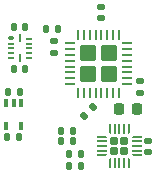
<source format=gbr>
%TF.GenerationSoftware,KiCad,Pcbnew,8.99.0-2176-gc19aa8170b*%
%TF.CreationDate,2024-08-30T16:07:14-04:00*%
%TF.ProjectId,scampi,7363616d-7069-42e6-9b69-6361645f7063,rev?*%
%TF.SameCoordinates,Original*%
%TF.FileFunction,Paste,Top*%
%TF.FilePolarity,Positive*%
%FSLAX46Y46*%
G04 Gerber Fmt 4.6, Leading zero omitted, Abs format (unit mm)*
G04 Created by KiCad (PCBNEW 8.99.0-2176-gc19aa8170b) date 2024-08-30 16:07:14*
%MOMM*%
%LPD*%
G01*
G04 APERTURE LIST*
G04 Aperture macros list*
%AMRoundRect*
0 Rectangle with rounded corners*
0 $1 Rounding radius*
0 $2 $3 $4 $5 $6 $7 $8 $9 X,Y pos of 4 corners*
0 Add a 4 corners polygon primitive as box body*
4,1,4,$2,$3,$4,$5,$6,$7,$8,$9,$2,$3,0*
0 Add four circle primitives for the rounded corners*
1,1,$1+$1,$2,$3*
1,1,$1+$1,$4,$5*
1,1,$1+$1,$6,$7*
1,1,$1+$1,$8,$9*
0 Add four rect primitives between the rounded corners*
20,1,$1+$1,$2,$3,$4,$5,0*
20,1,$1+$1,$4,$5,$6,$7,0*
20,1,$1+$1,$6,$7,$8,$9,0*
20,1,$1+$1,$8,$9,$2,$3,0*%
%AMFreePoly0*
4,1,14,0.334644,0.085355,0.385355,0.034644,0.400000,-0.000711,0.400000,-0.050000,0.385355,-0.085355,0.350000,-0.100000,-0.350000,-0.100000,-0.385355,-0.085355,-0.400000,-0.050000,-0.400000,0.050000,-0.385355,0.085355,-0.350000,0.100000,0.299289,0.100000,0.334644,0.085355,0.334644,0.085355,$1*%
%AMFreePoly1*
4,1,14,0.385355,0.085355,0.400000,0.050000,0.400000,0.000711,0.385355,-0.034644,0.334644,-0.085355,0.299289,-0.100000,-0.350000,-0.100000,-0.385355,-0.085355,-0.400000,-0.050000,-0.400000,0.050000,-0.385355,0.085355,-0.350000,0.100000,0.350000,0.100000,0.385355,0.085355,0.385355,0.085355,$1*%
%AMFreePoly2*
4,1,14,0.085355,0.385355,0.100000,0.350000,0.100000,-0.350000,0.085355,-0.385355,0.050000,-0.400000,-0.050000,-0.400000,-0.085355,-0.385355,-0.100000,-0.350000,-0.100000,0.299289,-0.085355,0.334644,-0.034644,0.385355,0.000711,0.400000,0.050000,0.400000,0.085355,0.385355,0.085355,0.385355,$1*%
%AMFreePoly3*
4,1,14,0.034644,0.385355,0.085355,0.334644,0.100000,0.299289,0.100000,-0.350000,0.085355,-0.385355,0.050000,-0.400000,-0.050000,-0.400000,-0.085355,-0.385355,-0.100000,-0.350000,-0.100000,0.350000,-0.085355,0.385355,-0.050000,0.400000,-0.000711,0.400000,0.034644,0.385355,0.034644,0.385355,$1*%
%AMFreePoly4*
4,1,14,0.385355,0.085355,0.400000,0.050000,0.400000,-0.050000,0.385355,-0.085355,0.350000,-0.100000,-0.299289,-0.100000,-0.334644,-0.085355,-0.385355,-0.034644,-0.400000,0.000711,-0.400000,0.050000,-0.385355,0.085355,-0.350000,0.100000,0.350000,0.100000,0.385355,0.085355,0.385355,0.085355,$1*%
%AMFreePoly5*
4,1,14,0.385355,0.085355,0.400000,0.050000,0.400000,-0.050000,0.385355,-0.085355,0.350000,-0.100000,-0.350000,-0.100000,-0.385355,-0.085355,-0.400000,-0.050000,-0.400000,-0.000711,-0.385355,0.034644,-0.334644,0.085355,-0.299289,0.100000,0.350000,0.100000,0.385355,0.085355,0.385355,0.085355,$1*%
%AMFreePoly6*
4,1,14,0.085355,0.385355,0.100000,0.350000,0.100000,-0.299289,0.085355,-0.334644,0.034644,-0.385355,-0.000711,-0.400000,-0.050000,-0.400000,-0.085355,-0.385355,-0.100000,-0.350000,-0.100000,0.350000,-0.085355,0.385355,-0.050000,0.400000,0.050000,0.400000,0.085355,0.385355,0.085355,0.385355,$1*%
%AMFreePoly7*
4,1,14,0.085355,0.385355,0.100000,0.350000,0.100000,-0.350000,0.085355,-0.385355,0.050000,-0.400000,0.000711,-0.400000,-0.034644,-0.385355,-0.085355,-0.334644,-0.100000,-0.299289,-0.100000,0.350000,-0.085355,0.385355,-0.050000,0.400000,0.050000,0.400000,0.085355,0.385355,0.085355,0.385355,$1*%
G04 Aperture macros list end*
%ADD10RoundRect,0.140000X0.170000X-0.140000X0.170000X0.140000X-0.170000X0.140000X-0.170000X-0.140000X0*%
%ADD11RoundRect,0.250000X-0.455000X-0.455000X0.455000X-0.455000X0.455000X0.455000X-0.455000X0.455000X0*%
%ADD12RoundRect,0.062500X-0.337500X-0.062500X0.337500X-0.062500X0.337500X0.062500X-0.337500X0.062500X0*%
%ADD13RoundRect,0.062500X-0.062500X-0.337500X0.062500X-0.337500X0.062500X0.337500X-0.062500X0.337500X0*%
%ADD14RoundRect,0.135000X-0.135000X-0.185000X0.135000X-0.185000X0.135000X0.185000X-0.135000X0.185000X0*%
%ADD15RoundRect,0.172500X0.172500X0.172500X-0.172500X0.172500X-0.172500X-0.172500X0.172500X-0.172500X0*%
%ADD16FreePoly0,180.000000*%
%ADD17RoundRect,0.050000X0.350000X0.050000X-0.350000X0.050000X-0.350000X-0.050000X0.350000X-0.050000X0*%
%ADD18FreePoly1,180.000000*%
%ADD19FreePoly2,180.000000*%
%ADD20RoundRect,0.050000X0.050000X0.350000X-0.050000X0.350000X-0.050000X-0.350000X0.050000X-0.350000X0*%
%ADD21FreePoly3,180.000000*%
%ADD22FreePoly4,180.000000*%
%ADD23FreePoly5,180.000000*%
%ADD24FreePoly6,180.000000*%
%ADD25FreePoly7,180.000000*%
%ADD26RoundRect,0.140000X-0.140000X-0.170000X0.140000X-0.170000X0.140000X0.170000X-0.140000X0.170000X0*%
%ADD27RoundRect,0.100000X-0.100000X0.225000X-0.100000X-0.225000X0.100000X-0.225000X0.100000X0.225000X0*%
%ADD28RoundRect,0.225000X0.225000X0.250000X-0.225000X0.250000X-0.225000X-0.250000X0.225000X-0.250000X0*%
%ADD29RoundRect,0.135000X0.035355X-0.226274X0.226274X-0.035355X-0.035355X0.226274X-0.226274X0.035355X0*%
%ADD30RoundRect,0.140000X-0.170000X0.140000X-0.170000X-0.140000X0.170000X-0.140000X0.170000X0.140000X0*%
%ADD31RoundRect,0.140000X0.140000X0.170000X-0.140000X0.170000X-0.140000X-0.170000X0.140000X-0.170000X0*%
%ADD32RoundRect,0.080000X0.170000X-0.080000X0.170000X0.080000X-0.170000X0.080000X-0.170000X-0.080000X0*%
%ADD33RoundRect,0.055000X0.195000X-0.055000X0.195000X0.055000X-0.195000X0.055000X-0.195000X-0.055000X0*%
%ADD34RoundRect,0.055000X-0.055000X-0.270000X0.055000X-0.270000X0.055000X0.270000X-0.055000X0.270000X0*%
G04 APERTURE END LIST*
D10*
%TO.C,C8*%
X154200000Y-96200000D03*
X154200000Y-95240000D03*
%TD*%
D11*
%TO.C,U2*%
X149800000Y-92850000D03*
X149800000Y-94600000D03*
X151550000Y-92850000D03*
X151550000Y-94600000D03*
D12*
X148225000Y-91975000D03*
X148225000Y-92475000D03*
X148225000Y-92975000D03*
X148225000Y-93475000D03*
X148225000Y-93975000D03*
X148225000Y-94475000D03*
X148225000Y-94975000D03*
X148225000Y-95475000D03*
D13*
X148925000Y-96175000D03*
X149425000Y-96175000D03*
X149925000Y-96175000D03*
X150425000Y-96175000D03*
X150925000Y-96175000D03*
X151425000Y-96175000D03*
X151925000Y-96175000D03*
X152425000Y-96175000D03*
D12*
X153125000Y-95475000D03*
X153125000Y-94975000D03*
X153125000Y-94475000D03*
X153125000Y-93975000D03*
X153125000Y-93475000D03*
X153125000Y-92975000D03*
X153125000Y-92475000D03*
X153125000Y-91975000D03*
D13*
X152425000Y-91275000D03*
X151925000Y-91275000D03*
X151425000Y-91275000D03*
X150925000Y-91275000D03*
X150425000Y-91275000D03*
X149925000Y-91275000D03*
X149425000Y-91275000D03*
X148925000Y-91275000D03*
%TD*%
D14*
%TO.C,R2*%
X148180000Y-102400000D03*
X149200000Y-102400000D03*
%TD*%
D15*
%TO.C,U3*%
X152875000Y-101125000D03*
X152875000Y-100275000D03*
X152025000Y-101125000D03*
X152025000Y-100275000D03*
D16*
X153900000Y-101500000D03*
D17*
X153900000Y-101100000D03*
X153900000Y-100700000D03*
X153900000Y-100300000D03*
D18*
X153900000Y-99900000D03*
D19*
X153250000Y-99250000D03*
D20*
X152850000Y-99250000D03*
X152450000Y-99250000D03*
X152050000Y-99250000D03*
D21*
X151650000Y-99250000D03*
D22*
X151000000Y-99900000D03*
D17*
X151000000Y-100300000D03*
X151000000Y-100700000D03*
X151000000Y-101100000D03*
D23*
X151000000Y-101500000D03*
D24*
X151650000Y-102150000D03*
D20*
X152050000Y-102150000D03*
X152450000Y-102150000D03*
X152850000Y-102150000D03*
D25*
X153250000Y-102150000D03*
%TD*%
D10*
%TO.C,C9*%
X150864183Y-89884861D03*
X150864183Y-88924861D03*
%TD*%
D26*
%TO.C,C2*%
X143497872Y-90649926D03*
X144457872Y-90649926D03*
%TD*%
D10*
%TO.C,C5*%
X146883802Y-92800000D03*
X146883802Y-91840000D03*
%TD*%
D27*
%TO.C,U1*%
X144150000Y-97100000D03*
X143500000Y-97100000D03*
X142850000Y-97100000D03*
X142850000Y-99000000D03*
X144150000Y-99000000D03*
%TD*%
D14*
%TO.C,R4*%
X146190000Y-90800000D03*
X147210000Y-90800000D03*
%TD*%
%TO.C,R3*%
X148180000Y-101390000D03*
X149200000Y-101390000D03*
%TD*%
D28*
%TO.C,C16*%
X153950000Y-97600000D03*
X152400000Y-97600000D03*
%TD*%
D29*
%TO.C,R1*%
X149478752Y-98121248D03*
X150200000Y-97400000D03*
%TD*%
D30*
%TO.C,C15*%
X154850000Y-100289348D03*
X154850000Y-101249348D03*
%TD*%
D31*
%TO.C,C1*%
X144008053Y-96107578D03*
X143048053Y-96107578D03*
%TD*%
%TO.C,C14*%
X148480000Y-100300000D03*
X147520000Y-100300000D03*
%TD*%
%TO.C,C13*%
X148480000Y-99400000D03*
X147520000Y-99400000D03*
%TD*%
D26*
%TO.C,C3*%
X143521078Y-94218471D03*
X144481078Y-94218471D03*
%TD*%
D31*
%TO.C,C4*%
X143925000Y-99950000D03*
X142965000Y-99950000D03*
%TD*%
D32*
%TO.C,IC1*%
X143250000Y-91575000D03*
D33*
X143250000Y-92025000D03*
X143250000Y-92425000D03*
X143250000Y-92825000D03*
X143250000Y-93225000D03*
D34*
X144000000Y-93250000D03*
D33*
X144750000Y-93225000D03*
X144750000Y-92825000D03*
X144750000Y-92425000D03*
X144750000Y-92025000D03*
X144750000Y-91625000D03*
D34*
X144000000Y-91600000D03*
%TD*%
M02*

</source>
